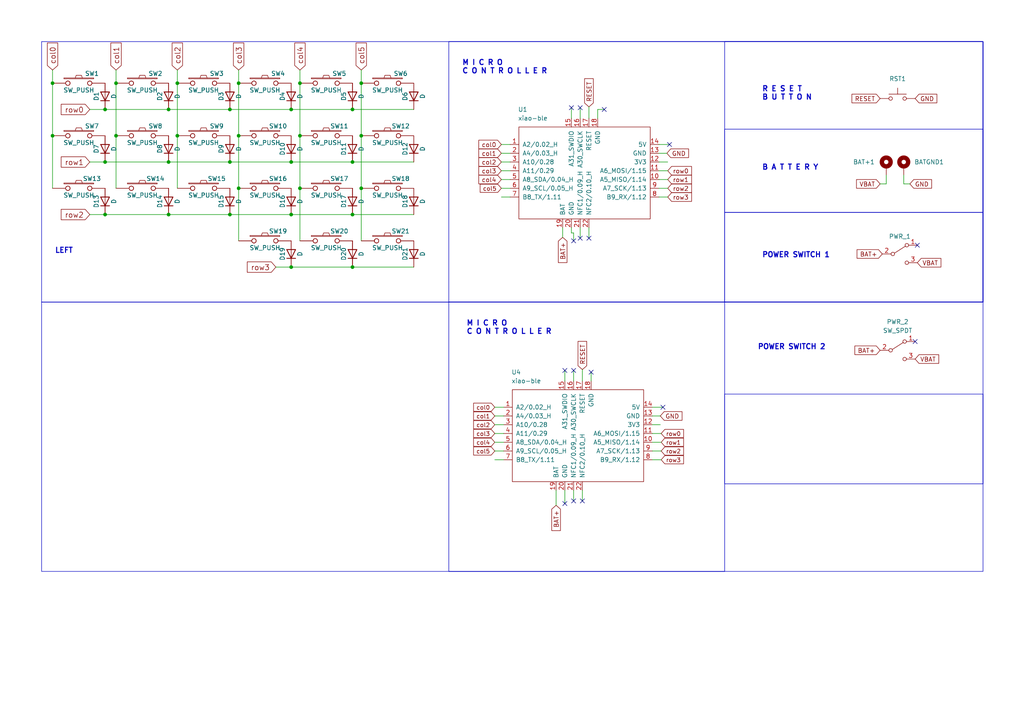
<source format=kicad_sch>
(kicad_sch (version 20230121) (generator eeschema)
  (paper "A4")
  (title_block (title "Corne X") (date "2023-10-01") (rev "0.1") (company "Ruslan Sharipov"))
  (lib_symbols
    (symbol "Device:D" (pin_numbers hide) (pin_names (offset 1.016) hide)
      (property "Reference" "D" (at 0 2.54 0))
      (property "Value" "D" (at 0 -2.54 0))
      (symbol "D_0_1"
        (polyline (pts (xy -1.27 1.27) (xy -1.27 -1.27)) (stroke (width 0.254)))
        (polyline (pts (xy 1.27 0) (xy -1.27 0)))
        (polyline (pts (xy 1.27 1.27) (xy 1.27 -1.27) (xy -1.27 0) (xy 1.27 1.27)) (stroke (width 0.254)))
      )
      (symbol "D_1_1"
        (pin passive line (at -3.81 0 0) (length 2.54) (name "K") (number "1"))
        (pin passive line (at 3.81 0 180) (length 2.54) (name "A") (number "2"))
      )
    )
    (symbol "Mechanical:MountingHole_Pad" (pin_numbers hide) (pin_names (offset 1.016) hide)
      (property "Reference" "H" (at 0 6.35 0))
      (property "Value" "MountingHole_Pad" (at 0 4.445 0))
      (symbol "MountingHole_Pad_0_1"
        (circle (center 0 1.27) (radius 1.27) (stroke (width 1.27)))
      )
      (symbol "MountingHole_Pad_1_1"
        (pin input line (at 0 -2.54 90) (length 2.54) (name "1") (number "1"))
      )
    )
    (symbol "Switch:SW_Push" (pin_numbers hide) (pin_names (offset 1.016) hide)
      (property "Reference" "SW" (at 1.27 2.54 0))
      (property "Value" "SW_Push" (at 0 -1.524 0))
      (symbol "SW_Push_0_1"
        (circle (center -2.032 0) (radius 0.508))
        (polyline (pts (xy 0 1.27) (xy 0 3.048)))
        (polyline (pts (xy 2.54 1.27) (xy -2.54 1.27)))
        (circle (center 2.032 0) (radius 0.508))
        (pin passive line (at -5.08 0 0) (length 2.54) (name "1") (number "1"))
        (pin passive line (at 5.08 0 180) (length 2.54) (name "2") (number "2"))
      )
    )
    (symbol "Switch:SW_SPDT" (pin_names (offset 0) hide)
      (property "Reference" "SW" (at 0 4.318 0))
      (property "Value" "SW_SPDT" (at 0 -5.08 0))
      (symbol "SW_SPDT_0_0"
        (circle (center -2.032 0) (radius 0.508))
        (circle (center 2.032 -2.54) (radius 0.508))
      )
      (symbol "SW_SPDT_0_1"
        (polyline (pts (xy -1.524 0.254) (xy 1.651 2.286)))
        (circle (center 2.032 2.54) (radius 0.508))
      )
      (symbol "SW_SPDT_1_1"
        (pin passive line (at 5.08 2.54 180) (length 2.54) (name "A") (number "1"))
        (pin passive line (at -5.08 0 0) (length 2.54) (name "B") (number "2"))
        (pin passive line (at 5.08 -2.54 180) (length 2.54) (name "C") (number "3"))
      )
    )
    (symbol "kbd:SW_PUSH" (pin_numbers hide) (pin_names (offset 1.016) hide)
      (property "Reference" "SW" (at 3.81 2.794 0))
      (property "Value" "SW_PUSH" (at 0 -2.032 0))
      (symbol "SW_PUSH_0_1"
        (rectangle (start -4.318 1.27) (end 4.318 1.524))
        (polyline (pts (xy -1.016 1.524) (xy -0.762 2.286) (xy 0.762 2.286) (xy 1.016 1.524)))
        (pin passive inverted (at -7.62 0 0) (length 5.08) (name "1") (number "1"))
        (pin passive inverted (at 7.62 0 180) (length 5.08) (name "2") (number "2"))
      )
    )
    (symbol "mcu:xiao-ble" (pin_names (offset 1.016))
      (property "Reference" "U" (at -17.78 16.51 0))
      (property "Value" "xiao-ble" (at -15.24 13.97 0))
      (symbol "xiao-ble_0_1"
        (rectangle (start -19.05 12.7) (end 19.05 -13.97))
      )
      (symbol "xiao-ble_1_1"
        (pin bidirectional line (at -21.59 7.62 0) (length 2.54) (name "A2/0.02_H") (number "1"))
        (pin bidirectional line (at 21.59 -2.54 180) (length 2.54) (name "A5_MISO/1.14") (number "10"))
        (pin bidirectional line (at 21.59 0 180) (length 2.54) (name "A6_MOSI/1.15") (number "11"))
        (pin power_out line (at 21.59 2.54 180) (length 2.54) (name "3V3") (number "12"))
        (pin power_out line (at 21.59 5.08 180) (length 2.54) (name "GND") (number "13"))
        (pin power_out line (at 21.59 7.62 180) (length 2.54) (name "5V") (number "14"))
        (pin input line (at -3.81 15.24 270) (length 2.54) (name "A31_SWDIO") (number "15"))
        (pin input line (at -1.27 15.24 270) (length 2.54) (name "A30_SWCLK") (number "16"))
        (pin input line (at 1.27 15.24 270) (length 2.54) (name "RESET") (number "17"))
        (pin power_out line (at 3.81 15.24 270) (length 2.54) (name "GND") (number "18"))
        (pin bidirectional line (at -6.35 -16.51 90) (length 2.54) (name "BAT") (number "19"))
        (pin bidirectional line (at -21.59 5.08 0) (length 2.54) (name "A4/0.03_H") (number "2"))
        (pin power_out line (at -3.81 -16.51 90) (length 2.54) (name "GND") (number "20"))
        (pin bidirectional line (at -1.27 -16.51 90) (length 2.54) (name "NFC1/0.09_H") (number "21"))
        (pin bidirectional line (at 1.27 -16.51 90) (length 2.54) (name "NFC2/0.10_H") (number "22"))
        (pin bidirectional line (at -21.59 2.54 0) (length 2.54) (name "A10/0.28") (number "3"))
        (pin bidirectional line (at -21.59 0 0) (length 2.54) (name "A11/0.29") (number "4"))
        (pin bidirectional line (at -21.59 -2.54 0) (length 2.54) (name "A8_SDA/0.04_H") (number "5"))
        (pin bidirectional line (at -21.59 -5.08 0) (length 2.54) (name "A9_SCL/0.05_H") (number "6"))
        (pin bidirectional line (at -21.59 -7.62 0) (length 2.54) (name "B8_TX/1.11") (number "7"))
        (pin bidirectional line (at 21.59 -7.62 180) (length 2.54) (name "B9_RX/1.12") (number "8"))
        (pin bidirectional line (at 21.59 -5.08 180) (length 2.54) (name "A7_SCK/1.13") (number "9"))
      )
    )
  )
  (junction (at 30.48 62.23))
  (junction (at 86.995 54.61))
  (junction (at 66.675 31.75))
  (junction (at 102.235 77.47))
  (junction (at 69.215 24.13))
  (junction (at 86.995 39.37))
  (junction (at 15.24 24.13))
  (junction (at 102.235 46.99))
  (junction (at 104.775 54.61))
  (junction (at 104.775 39.37))
  (junction (at 48.895 46.99))
  (junction (at 33.655 24.13))
  (junction (at 84.455 46.99))
  (junction (at 84.455 77.47))
  (junction (at 66.675 46.99))
  (junction (at 15.24 39.37))
  (junction (at 30.48 31.75))
  (junction (at 69.215 54.61))
  (junction (at 102.235 31.75))
  (junction (at 48.895 31.75))
  (junction (at 30.48 46.99))
  (junction (at 104.775 24.13))
  (junction (at 86.995 24.13))
  (junction (at 69.215 39.37))
  (junction (at 84.455 62.23))
  (junction (at 33.655 39.37))
  (junction (at 66.675 62.23))
  (junction (at 51.435 39.37))
  (junction (at 84.455 31.75))
  (junction (at 48.895 62.23))
  (junction (at 102.235 62.23))
  (junction (at 51.435 24.13))
  (no_connect (at 175.26 31.75))
  (no_connect (at 171.45 107.95))
  (no_connect (at 6.35 -20.955))
  (no_connect (at 166.37 69.85))
  (no_connect (at 170.815 69.088))
  (no_connect (at 168.275 31.242))
  (no_connect (at 163.83 107.442))
  (no_connect (at 165.735 31.242))
  (no_connect (at 168.275 69.088))
  (no_connect (at 266.065 71.12))
  (no_connect (at 166.37 145.288))
  (no_connect (at 168.91 145.288))
  (no_connect (at 194.183 41.91))
  (no_connect (at 265.43 99.06))
  (no_connect (at 192.278 118.11))
  (no_connect (at 166.37 107.442))
  (no_connect (at 163.83 146.05))
  (wire (pts (xy 84.455 31.75) (xy 102.235 31.75)))
  (wire (pts (xy 51.435 24.13) (xy 51.435 39.37)))
  (wire (pts (xy 165.735 31.242) (xy 165.735 34.29)))
  (wire (pts (xy 102.235 77.47) (xy 120.015 77.47)))
  (wire (pts (xy 168.275 31.242) (xy 168.275 34.29)))
  (wire (pts (xy 189.23 120.65) (xy 191.516 120.65)))
  (wire (pts (xy 84.455 46.99) (xy 102.235 46.99)))
  (wire (pts (xy 143.51 128.27) (xy 146.05 128.27)))
  (wire (pts (xy 84.455 62.23) (xy 102.235 62.23)))
  (wire (pts (xy 33.655 24.13) (xy 33.655 39.37)))
  (wire (pts (xy 163.83 107.442) (xy 163.83 110.49)))
  (wire (pts (xy 145.415 57.15) (xy 147.955 57.15)))
  (wire (pts (xy 86.995 54.61) (xy 86.995 69.85)))
  (wire (pts (xy 255.27 53.34) (xy 257.048 53.34)))
  (wire (pts (xy 163.83 142.24) (xy 163.83 146.05)))
  (wire (pts (xy 80.01 77.47) (xy 84.455 77.47)))
  (wire (pts (xy 48.895 62.23) (xy 66.675 62.23)))
  (wire (pts (xy 262.128 53.34) (xy 263.906 53.34)))
  (wire (pts (xy 102.235 62.23) (xy 120.015 62.23)))
  (wire (pts (xy 189.23 130.81) (xy 191.77 130.81)))
  (wire (pts (xy 189.23 125.73) (xy 191.77 125.73)))
  (wire (pts (xy 104.775 54.61) (xy 104.775 69.85)))
  (wire (pts (xy 191.135 44.45) (xy 193.421 44.45)))
  (wire (pts (xy 189.23 123.19) (xy 191.516 123.19)))
  (wire (pts (xy 26.035 62.23) (xy 30.48 62.23)))
  (wire (pts (xy 191.135 46.99) (xy 193.675 46.99)))
  (wire (pts (xy 69.215 54.61) (xy 69.215 69.85)))
  (wire (pts (xy 104.775 24.13) (xy 104.775 39.37)))
  (wire (pts (xy 104.775 20.32) (xy 104.775 24.13)))
  (wire (pts (xy 145.415 52.07) (xy 147.955 52.07)))
  (wire (pts (xy 191.135 52.07) (xy 193.675 52.07)))
  (wire (pts (xy 166.37 67.564) (xy 165.735 67.564)))
  (wire (pts (xy 191.135 41.91) (xy 194.183 41.91)))
  (wire (pts (xy 66.675 62.23) (xy 84.455 62.23)))
  (wire (pts (xy 86.995 24.13) (xy 86.995 39.37)))
  (wire (pts (xy 143.51 125.73) (xy 146.05 125.73)))
  (wire (pts (xy 168.91 107.188) (xy 168.91 110.49)))
  (wire (pts (xy 166.37 107.442) (xy 166.37 110.49)))
  (wire (pts (xy 51.435 20.32) (xy 51.435 24.13)))
  (wire (pts (xy 168.91 142.24) (xy 168.91 145.288)))
  (wire (pts (xy 191.135 49.53) (xy 193.675 49.53)))
  (wire (pts (xy 163.195 66.04) (xy 163.195 68.834)))
  (wire (pts (xy 86.995 20.32) (xy 86.995 24.13)))
  (wire (pts (xy 145.415 46.99) (xy 147.955 46.99)))
  (wire (pts (xy 175.26 31.75) (xy 173.355 31.75)))
  (wire (pts (xy 145.415 44.45) (xy 147.955 44.45)))
  (wire (pts (xy 33.655 20.32) (xy 33.655 24.13)))
  (wire (pts (xy 26.035 46.99) (xy 30.48 46.99)))
  (wire (pts (xy 102.235 46.99) (xy 120.015 46.99)))
  (wire (pts (xy 15.24 20.32) (xy 15.24 24.13)))
  (wire (pts (xy 51.435 39.37) (xy 51.435 54.61)))
  (wire (pts (xy 143.51 130.81) (xy 146.05 130.81)))
  (wire (pts (xy 145.415 49.53) (xy 147.955 49.53)))
  (wire (pts (xy 189.23 118.11) (xy 192.278 118.11)))
  (wire (pts (xy 48.895 31.75) (xy 66.675 31.75)))
  (wire (pts (xy 189.23 133.35) (xy 191.77 133.35)))
  (wire (pts (xy 69.215 39.37) (xy 69.215 54.61)))
  (wire (pts (xy 262.128 50.8) (xy 262.128 53.34)))
  (wire (pts (xy 171.45 107.95) (xy 171.45 110.49)))
  (wire (pts (xy 66.675 31.75) (xy 84.455 31.75)))
  (wire (pts (xy 33.655 39.37) (xy 33.655 54.61)))
  (wire (pts (xy 191.135 57.15) (xy 193.675 57.15)))
  (wire (pts (xy 15.24 39.37) (xy 15.24 54.61)))
  (wire (pts (xy 165.735 67.564) (xy 165.735 66.04)))
  (wire (pts (xy 143.51 133.35) (xy 146.05 133.35)))
  (wire (pts (xy 66.675 46.99) (xy 84.455 46.99)))
  (wire (pts (xy 26.035 31.75) (xy 30.48 31.75)))
  (wire (pts (xy 143.51 120.65) (xy 146.05 120.65)))
  (wire (pts (xy 84.455 77.47) (xy 102.235 77.47)))
  (wire (pts (xy 15.24 24.13) (xy 15.24 39.37)))
  (wire (pts (xy 173.355 31.75) (xy 173.355 34.29)))
  (wire (pts (xy 168.275 66.04) (xy 168.275 69.088)))
  (wire (pts (xy 161.29 142.24) (xy 161.29 146.558)))
  (wire (pts (xy 170.815 66.04) (xy 170.815 69.088)))
  (wire (pts (xy 143.51 118.11) (xy 146.05 118.11)))
  (wire (pts (xy 143.51 123.19) (xy 146.05 123.19)))
  (wire (pts (xy 104.775 39.37) (xy 104.775 54.61)))
  (wire (pts (xy 145.415 41.91) (xy 147.955 41.91)))
  (wire (pts (xy 145.415 54.61) (xy 147.955 54.61)))
  (wire (pts (xy 30.48 62.23) (xy 48.895 62.23)))
  (wire (pts (xy 166.37 142.24) (xy 166.37 145.288)))
  (wire (pts (xy 69.215 20.32) (xy 69.215 24.13)))
  (wire (pts (xy 191.135 54.61) (xy 193.675 54.61)))
  (wire (pts (xy 69.215 24.13) (xy 69.215 39.37)))
  (wire (pts (xy 86.995 39.37) (xy 86.995 54.61)))
  (wire (pts (xy 30.48 46.99) (xy 48.895 46.99)))
  (wire (pts (xy 257.048 53.34) (xy 257.048 50.8)))
  (wire (pts (xy 48.895 46.99) (xy 66.675 46.99)))
  (wire (pts (xy 102.235 31.75) (xy 120.015 31.75)))
  (wire (pts (xy 170.815 30.988) (xy 170.815 34.29)))
  (wire (pts (xy 166.37 67.564) (xy 166.37 69.85)))
  (wire (pts (xy 30.48 31.75) (xy 48.895 31.75)))
  (wire (pts (xy 189.23 128.27) (xy 191.77 128.27)))
  (rectangle (start 210.185 37.465) (end 285.115 61.595))
  (rectangle (start 210.185 12.065) (end 285.115 87.63))
  (rectangle (start 12.065 87.63) (end 285.115 165.735))
  (rectangle (start 130.175 12.065) (end 285.115 87.63))
  (rectangle (start 12.065 12.065) (end 285.115 87.63))
  (rectangle (start 210.185 114.3) (end 285.115 140.335))
  (rectangle (start 130.175 87.63) (end 210.185 165.735))
  (rectangle (start 210.185 61.595) (end 285.115 87.63))
  (text "B A T T E R Y" (at 220.98 49.53 0) (effects (font (size 1.5 1.5) (thickness 0.3) bold) (justify left bottom)))
  (text "R E S E T \nB U T T O N" (at 220.98 29.21 0) (effects (font (size 1.5 1.5) (thickness 0.3) bold) (justify left bottom)))
  (text "POWER SWITCH 2" (at 219.71 101.6 0) (effects (font (size 1.5 1.5) (thickness 0.3) bold) (justify left bottom)))
  (text "LEFT" (at 15.875 73.66 0) (effects (font (size 1.5 1.5) (thickness 0.3) bold) (justify left bottom)))
  (text "M I C R O \nC O N T R O L L E R" (at 135.255 97.155 0) (effects (font (size 1.5 1.5) (thickness 0.3) bold) (justify left bottom)))
  (text "M I C R O \nC O N T R O L L E R" (at 133.985 21.59 0) (effects (font (size 1.5 1.5) (thickness 0.3) bold) (justify left bottom)))
  (text "POWER SWITCH 1" (at 220.98 74.93 0) (effects (font (size 1.5 1.5) (thickness 0.3) bold) (justify left bottom)))
  (global_label "row1" (shape input) (at 193.675 52.07 0) (property "Intersheetrefs" "${INTERSHEET_REFS}" (effects hide)))
  (global_label "col1" (shape input) (at 33.655 20.32 90) (effects (font (size 1.524 1.524))) (property "Intersheetrefs" "${INTERSHEET_REFS}" (effects hide)))
  (global_label "col5" (shape input) (at 104.775 20.32 90) (effects (font (size 1.524 1.524))) (property "Intersheetrefs" "${INTERSHEET_REFS}" (effects hide)))
  (global_label "row0" (shape input) (at 26.035 31.75 180) (effects (font (size 1.524 1.524))) (property "Intersheetrefs" "${INTERSHEET_REFS}" (effects hide)))
  (global_label "col4" (shape input) (at 143.51 128.27 180) (effects (font (size 1.1938 1.1938))) (property "Intersheetrefs" "${INTERSHEET_REFS}" (effects hide)))
  (global_label "col3" (shape input) (at 143.51 125.73 180) (effects (font (size 1.1938 1.1938))) (property "Intersheetrefs" "${INTERSHEET_REFS}" (effects hide)))
  (global_label "GND" (shape input) (at 265.43 28.575 0) (property "Intersheetrefs" "${INTERSHEET_REFS}" (effects hide)))
  (global_label "col2" (shape input) (at 143.51 123.19 180) (effects (font (size 1.1938 1.1938))) (property "Intersheetrefs" "${INTERSHEET_REFS}" (effects hide)))
  (global_label "GND" (shape input) (at 263.906 53.34 0) (property "Intersheetrefs" "${INTERSHEET_REFS}" (effects hide)))
  (global_label "col0" (shape input) (at 145.415 41.91 180) (property "Intersheetrefs" "${INTERSHEET_REFS}" (effects hide)))
  (global_label "col5" (shape input) (at 145.415 54.61 180) (effects (font (size 1.1938 1.1938))) (property "Intersheetrefs" "${INTERSHEET_REFS}" (effects hide)))
  (global_label "col0" (shape input) (at 15.24 20.32 90) (effects (font (size 1.524 1.524))) (property "Intersheetrefs" "${INTERSHEET_REFS}" (effects hide)))
  (global_label "col3" (shape input) (at 145.415 49.53 180) (property "Intersheetrefs" "${INTERSHEET_REFS}" (effects hide)))
  (global_label "col5" (shape input) (at 143.51 130.81 180) (effects (font (size 1.1938 1.1938))) (property "Intersheetrefs" "${INTERSHEET_REFS}" (effects hide)))
  (global_label "RESET" (shape input) (at 170.815 30.988 90) (property "Intersheetrefs" "${INTERSHEET_REFS}" (effects hide)))
  (global_label "col1" (shape input) (at 143.51 120.65 180) (effects (font (size 1.1938 1.1938))) (property "Intersheetrefs" "${INTERSHEET_REFS}" (effects hide)))
  (global_label "row1" (shape input) (at 26.035 46.99 180) (effects (font (size 1.524 1.524))) (property "Intersheetrefs" "${INTERSHEET_REFS}" (effects hide)))
  (global_label "VBAT" (shape input) (at 265.43 104.14 0) (property "Intersheetrefs" "${INTERSHEET_REFS}" (effects hide)))
  (global_label "GND" (shape input) (at 193.421 44.45 0) (property "Intersheetrefs" "${INTERSHEET_REFS}" (effects hide)))
  (global_label "row0" (shape input) (at 193.675 49.53 0) (property "Intersheetrefs" "${INTERSHEET_REFS}" (effects hide)))
  (global_label "BAT+" (shape input) (at 163.195 68.834 270) (property "Intersheetrefs" "${INTERSHEET_REFS}" (effects hide)))
  (global_label "col1" (shape input) (at 145.415 44.45 180) (property "Intersheetrefs" "${INTERSHEET_REFS}" (effects hide)))
  (global_label "col2" (shape input) (at 51.435 20.32 90) (effects (font (size 1.524 1.524))) (property "Intersheetrefs" "${INTERSHEET_REFS}" (effects hide)))
  (global_label "row2" (shape input) (at 191.77 130.81 0) (effects (font (size 1.1938 1.1938))) (property "Intersheetrefs" "${INTERSHEET_REFS}" (effects hide)))
  (global_label "row0" (shape input) (at 191.77 125.73 0) (effects (font (size 1.1938 1.1938))) (property "Intersheetrefs" "${INTERSHEET_REFS}" (effects hide)))
  (global_label "col3" (shape input) (at 69.215 20.32 90) (effects (font (size 1.524 1.524))) (property "Intersheetrefs" "${INTERSHEET_REFS}" (effects hide)))
  (global_label "col0" (shape input) (at 143.51 118.11 180) (effects (font (size 1.1938 1.1938))) (property "Intersheetrefs" "${INTERSHEET_REFS}" (effects hide)))
  (global_label "row2" (shape input) (at 193.675 54.61 0) (property "Intersheetrefs" "${INTERSHEET_REFS}" (effects hide)))
  (global_label "row3" (shape input) (at 191.77 133.35 0) (effects (font (size 1.1938 1.1938))) (property "Intersheetrefs" "${INTERSHEET_REFS}" (effects hide)))
  (global_label "col4" (shape input) (at 145.415 52.07 180) (property "Intersheetrefs" "${INTERSHEET_REFS}" (effects hide)))
  (global_label "BAT+" (shape input) (at 255.27 101.6 180) (property "Intersheetrefs" "${INTERSHEET_REFS}" (effects hide)))
  (global_label "VBAT" (shape input) (at 266.065 76.2 0) (property "Intersheetrefs" "${INTERSHEET_REFS}" (effects hide)))
  (global_label "BAT+" (shape input) (at 161.29 146.558 270) (property "Intersheetrefs" "${INTERSHEET_REFS}" (effects hide)))
  (global_label "GND" (shape input) (at 191.516 120.65 0) (property "Intersheetrefs" "${INTERSHEET_REFS}" (effects hide)))
  (global_label "col2" (shape input) (at 145.415 46.99 180) (property "Intersheetrefs" "${INTERSHEET_REFS}" (effects hide)))
  (global_label "BAT+" (shape input) (at 255.905 73.66 180) (property "Intersheetrefs" "${INTERSHEET_REFS}" (effects hide)))
  (global_label "VBAT" (shape input) (at 255.27 53.34 180) (property "Intersheetrefs" "${INTERSHEET_REFS}" (effects hide)))
  (global_label "RESET" (shape input) (at 168.91 107.188 90) (property "Intersheetrefs" "${INTERSHEET_REFS}" (effects hide)))
  (global_label "row3" (shape input) (at 193.675 57.15 0) (property "Intersheetrefs" "${INTERSHEET_REFS}" (effects hide)))
  (global_label "RESET" (shape input) (at 255.27 28.575 180) (property "Intersheetrefs" "${INTERSHEET_REFS}" (effects hide)))
  (global_label "row1" (shape input) (at 191.77 128.27 0) (effects (font (size 1.1938 1.1938))) (property "Intersheetrefs" "${INTERSHEET_REFS}" (effects hide)))
  (global_label "row3" (shape input) (at 80.01 77.47 180) (effects (font (size 1.524 1.524))) (property "Intersheetrefs" "${INTERSHEET_REFS}" (effects hide)))
  (global_label "row2" (shape input) (at 26.035 62.23 180) (effects (font (size 1.524 1.524))) (property "Intersheetrefs" "${INTERSHEET_REFS}" (effects hide)))
  (global_label "col4" (shape input) (at 86.995 20.32 90) (effects (font (size 1.524 1.524))) (property "Intersheetrefs" "${INTERSHEET_REFS}" (effects hide)))
  (symbol (lib_id "kbd:SW_PUSH") (at 41.275 24.13 0) (unit 1)
    (property "Reference" "SW2" (at 45.085 21.336 0))
    (property "Value" "SW_PUSH" (at 41.275 26.162 0))
    (property "Footprint" "kbd:keyswitch_chock12_hotswap_1u_reversible" (effects hide))
  )
  (symbol (lib_id "Device:D") (at 48.895 27.94 90) (unit 1)
    (property "Reference" "D2" (at 46.355 27.94 0))
    (property "Value" "D" (at 51.435 27.94 0))
    (property "Footprint" "kbd:D3_TH_reversible" (effects hide))
  )
  (symbol (lib_id "kbd:SW_PUSH") (at 59.055 24.13 0) (unit 1)
    (property "Reference" "SW3" (at 62.865 21.336 0))
    (property "Value" "SW_PUSH" (at 59.055 26.162 0))
    (property "Footprint" "kbd:keyswitch_chock12_hotswap_1u_reversible" (effects hide))
  )
  (symbol (lib_id "Device:D") (at 66.675 27.94 90) (unit 1)
    (property "Reference" "D3" (at 64.135 27.94 0))
    (property "Value" "D" (at 69.215 27.94 0))
    (property "Footprint" "kbd:D3_TH_reversible" (effects hide))
  )
  (symbol (lib_id "kbd:SW_PUSH") (at 76.835 24.13 0) (unit 1)
    (property "Reference" "SW4" (at 80.645 21.336 0))
    (property "Value" "SW_PUSH" (at 76.835 26.162 0))
    (property "Footprint" "kbd:keyswitch_chock12_hotswap_1u_reversible" (effects hide))
  )
  (symbol (lib_id "kbd:SW_PUSH") (at 94.615 24.13 0) (unit 1)
    (property "Reference" "SW5" (at 98.425 21.336 0))
    (property "Value" "SW_PUSH" (at 94.615 26.162 0))
    (property "Footprint" "kbd:keyswitch_chock12_hotswap_1u_reversible" (effects hide))
  )
  (symbol (lib_id "kbd:SW_PUSH") (at 112.395 24.13 0) (unit 1)
    (property "Reference" "SW6" (at 116.205 21.336 0))
    (property "Value" "SW_PUSH" (at 112.395 26.162 0))
    (property "Footprint" "kbd:keyswitch_chock12_hotswap_1u_reversible" (effects hide))
  )
  (symbol (lib_id "Device:D") (at 84.455 27.94 90) (unit 1)
    (property "Reference" "D4" (at 81.915 27.94 0))
    (property "Value" "D" (at 86.995 27.94 0))
    (property "Footprint" "kbd:D3_TH_reversible" (effects hide))
  )
  (symbol (lib_id "Device:D") (at 102.235 27.94 90) (unit 1)
    (property "Reference" "D5" (at 99.695 27.94 0))
    (property "Value" "D" (at 104.775 27.94 0))
    (property "Footprint" "kbd:D3_TH_reversible" (effects hide))
  )
  (symbol (lib_id "Device:D") (at 120.015 27.94 90) (unit 1)
    (property "Reference" "D6" (at 117.475 27.94 0))
    (property "Value" "D" (at 122.555 27.94 0))
    (property "Footprint" "kbd:D3_TH_reversible" (effects hide))
  )
  (symbol (lib_id "kbd:SW_PUSH") (at 41.275 39.37 0) (unit 1)
    (property "Reference" "SW8" (at 45.085 36.576 0))
    (property "Value" "SW_PUSH" (at 41.275 41.402 0))
    (property "Footprint" "kbd:keyswitch_chock12_hotswap_1u_reversible" (effects hide))
  )
  (symbol (lib_id "Device:D") (at 48.895 43.18 90) (unit 1)
    (property "Reference" "D8" (at 46.355 43.18 0))
    (property "Value" "D" (at 51.435 43.18 0))
    (property "Footprint" "kbd:D3_TH_reversible" (effects hide))
  )
  (symbol (lib_id "kbd:SW_PUSH") (at 59.055 39.37 0) (unit 1)
    (property "Reference" "SW9" (at 62.865 36.576 0))
    (property "Value" "SW_PUSH" (at 59.055 41.402 0))
    (property "Footprint" "kbd:keyswitch_chock12_hotswap_1u_reversible" (effects hide))
  )
  (symbol (lib_id "Device:D") (at 66.675 43.18 90) (unit 1)
    (property "Reference" "D9" (at 64.135 43.18 0))
    (property "Value" "D" (at 69.215 43.18 0))
    (property "Footprint" "kbd:D3_TH_reversible" (effects hide))
  )
  (symbol (lib_id "kbd:SW_PUSH") (at 76.835 39.37 0) (unit 1)
    (property "Reference" "SW10" (at 80.645 36.576 0))
    (property "Value" "SW_PUSH" (at 76.835 41.402 0))
    (property "Footprint" "kbd:keyswitch_chock12_hotswap_1u_reversible" (effects hide))
  )
  (symbol (lib_id "kbd:SW_PUSH") (at 94.615 39.37 0) (unit 1)
    (property "Reference" "SW11" (at 98.425 36.576 0))
    (property "Value" "SW_PUSH" (at 94.615 41.402 0))
    (property "Footprint" "kbd:keyswitch_chock12_hotswap_1u_reversible" (effects hide))
  )
  (symbol (lib_id "kbd:SW_PUSH") (at 112.395 39.37 0) (unit 1)
    (property "Reference" "SW12" (at 116.205 36.576 0))
    (property "Value" "SW_PUSH" (at 112.395 41.402 0))
    (property "Footprint" "kbd:keyswitch_chock12_hotswap_1u_reversible" (effects hide))
  )
  (symbol (lib_id "Device:D") (at 84.455 43.18 90) (unit 1)
    (property "Reference" "D10" (at 81.915 43.18 0))
    (property "Value" "D" (at 86.995 43.18 0))
    (property "Footprint" "kbd:D3_TH_reversible" (effects hide))
  )
  (symbol (lib_id "Device:D") (at 102.235 43.18 90) (unit 1)
    (property "Reference" "D11" (at 99.695 43.18 0))
    (property "Value" "D" (at 104.775 43.18 0))
    (property "Footprint" "kbd:D3_TH_reversible" (effects hide))
  )
  (symbol (lib_id "Device:D") (at 120.015 43.18 90) (unit 1)
    (property "Reference" "D12" (at 117.475 43.18 0))
    (property "Value" "D" (at 122.555 43.18 0))
    (property "Footprint" "kbd:D3_TH_reversible" (effects hide))
  )
  (symbol (lib_id "kbd:SW_PUSH") (at 41.275 54.61 0) (unit 1)
    (property "Reference" "SW14" (at 45.085 51.816 0))
    (property "Value" "SW_PUSH" (at 41.275 56.642 0))
    (property "Footprint" "kbd:keyswitch_chock12_hotswap_1u_reversible" (effects hide))
  )
  (symbol (lib_id "Device:D") (at 48.895 58.42 90) (unit 1)
    (property "Reference" "D14" (at 46.355 58.42 0))
    (property "Value" "D" (at 51.435 58.42 0))
    (property "Footprint" "kbd:D3_TH_reversible" (effects hide))
  )
  (symbol (lib_id "kbd:SW_PUSH") (at 59.055 54.61 0) (unit 1)
    (property "Reference" "SW15" (at 62.865 51.816 0))
    (property "Value" "SW_PUSH" (at 59.055 56.642 0))
    (property "Footprint" "kbd:keyswitch_chock12_hotswap_1u_reversible" (effects hide))
  )
  (symbol (lib_id "Device:D") (at 66.675 58.42 90) (unit 1)
    (property "Reference" "D15" (at 64.135 58.42 0))
    (property "Value" "D" (at 69.215 58.42 0))
    (property "Footprint" "kbd:D3_TH_reversible" (effects hide))
  )
  (symbol (lib_id "kbd:SW_PUSH") (at 76.835 54.61 0) (unit 1)
    (property "Reference" "SW16" (at 80.645 51.816 0))
    (property "Value" "SW_PUSH" (at 76.835 56.642 0))
    (property "Footprint" "kbd:keyswitch_chock12_hotswap_1u_reversible" (effects hide))
  )
  (symbol (lib_id "kbd:SW_PUSH") (at 94.615 54.61 0) (unit 1)
    (property "Reference" "SW17" (at 98.425 51.816 0))
    (property "Value" "SW_PUSH" (at 94.615 56.642 0))
    (property "Footprint" "kbd:keyswitch_chock12_hotswap_1u_reversible" (effects hide))
  )
  (symbol (lib_id "kbd:SW_PUSH") (at 112.395 54.61 0) (unit 1)
    (property "Reference" "SW18" (at 116.205 51.816 0))
    (property "Value" "SW_PUSH" (at 112.395 56.642 0))
    (property "Footprint" "kbd:keyswitch_chock12_hotswap_1u_reversible" (effects hide))
  )
  (symbol (lib_id "Device:D") (at 84.455 58.42 90) (unit 1)
    (property "Reference" "D16" (at 81.915 58.42 0))
    (property "Value" "D" (at 86.995 58.42 0))
    (property "Footprint" "kbd:D3_TH_reversible" (effects hide))
  )
  (symbol (lib_id "Device:D") (at 102.235 58.42 90) (unit 1)
    (property "Reference" "D17" (at 99.695 58.42 0))
    (property "Value" "D" (at 104.775 58.42 0))
    (property "Footprint" "kbd:D3_TH_reversible" (effects hide))
  )
  (symbol (lib_id "Device:D") (at 120.015 58.42 90) (unit 1)
    (property "Reference" "D18" (at 117.475 58.42 0))
    (property "Value" "D" (at 122.555 58.42 0))
    (property "Footprint" "kbd:D3_TH_reversible" (effects hide))
  )
  (symbol (lib_id "kbd:SW_PUSH") (at 94.615 69.85 0) (unit 1)
    (property "Reference" "SW20" (at 98.425 67.056 0))
    (property "Value" "SW_PUSH" (at 94.615 71.882 0))
    (property "Footprint" "kbd:keyswitch_chock12_hotswap_1u_reversible" (effects hide))
  )
  (symbol (lib_id "Device:D") (at 102.235 73.66 90) (unit 1)
    (property "Reference" "D20" (at 99.695 73.66 0))
    (property "Value" "D" (at 104.775 73.66 0))
    (property "Footprint" "kbd:D3_TH_reversible" (effects hide))
  )
  (symbol (lib_id "kbd:SW_PUSH") (at 112.395 69.85 0) (unit 1)
    (property "Reference" "SW21" (at 116.205 67.056 0))
    (property "Value" "SW_PUSH" (at 112.395 71.882 0))
    (property "Footprint" "kbd:keyswitch_chock12_hotswap_1u_reversible" (effects hide))
  )
  (symbol (lib_id "Device:D") (at 120.015 73.66 90) (unit 1)
    (property "Reference" "D21" (at 117.475 73.66 0))
    (property "Value" "D" (at 122.555 73.66 0))
    (property "Footprint" "kbd:D3_TH_reversible" (effects hide))
  )
  (symbol (lib_id "kbd:SW_PUSH") (at 76.835 69.85 0) (unit 1)
    (property "Reference" "SW19" (at 80.645 67.056 0))
    (property "Value" "SW_PUSH" (at 76.835 71.882 0))
    (property "Footprint" "kbd:keyswitch_chock12_hotswap_1u_reversible" (effects hide))
  )
  (symbol (lib_id "Device:D") (at 84.455 73.66 90) (unit 1)
    (property "Reference" "D19" (at 81.915 73.66 0))
    (property "Value" "D" (at 86.995 73.66 0))
    (property "Footprint" "kbd:D3_TH_reversible" (effects hide))
  )
  (symbol (lib_id "Switch:SW_SPDT") (at 260.35 101.6 0) (unit 1)
    (property "Reference" "PWR_2" (at 260.35 93.345 0))
    (property "Value" "SW_SPDT" (at 260.35 95.885 0))
    (property "Footprint" "TOTEMlib:MSK12C02" (effects hide))
  )
  (symbol (lib_id "kbd:SW_PUSH") (at 22.86 24.13 0) (unit 1)
    (property "Reference" "SW1" (at 26.67 21.336 0))
    (property "Value" "SW_PUSH" (at 22.86 26.162 0))
    (property "Footprint" "kbd:keyswitch_chock12_hotswap_1u_reversible" (effects hide))
  )
  (symbol (lib_id "Mechanical:MountingHole_Pad") (at 262.128 48.26 0) (unit 1)
    (property "Reference" "BATGND1" (at 265.176 46.99 0) (effects (justify left)))
    (property "Value" "-" (effects hide))
    (property "Footprint" "TOTEMlib:BatteryPad" (effects hide))
  )
  (symbol (lib_id "Switch:SW_SPDT") (at 260.985 73.66 0) (unit 1)
    (property "Reference" "PWR_1" (at 260.985 68.58 0))
    (property "Value" "SW_SPDT" (effects hide))
    (property "Footprint" "TOTEMlib:MSK12C02" (effects hide))
  )
  (symbol (lib_id "kbd:SW_PUSH") (at 22.86 54.61 0) (unit 1)
    (property "Reference" "SW13" (at 26.67 51.816 0))
    (property "Value" "SW_PUSH" (at 22.86 56.642 0))
    (property "Footprint" "kbd:keyswitch_chock12_hotswap_1u_reversible" (effects hide))
  )
  (symbol (lib_id "Device:D") (at 30.48 27.94 90) (unit 1)
    (property "Reference" "D1" (at 27.94 27.94 0))
    (property "Value" "D" (at 33.02 27.94 0))
    (property "Footprint" "kbd:D3_TH_reversible" (effects hide))
  )
  (symbol (lib_id "kbd:SW_PUSH") (at 22.86 39.37 0) (unit 1)
    (property "Reference" "SW7" (at 26.67 36.576 0))
    (property "Value" "SW_PUSH" (at 22.86 41.402 0))
    (property "Footprint" "kbd:keyswitch_chock12_hotswap_1u_reversible" (effects hide))
  )
  (symbol (lib_id "Switch:SW_Push") (at 260.35 28.575 0) (unit 1)
    (property "Reference" "RST1" (at 260.35 22.86 0))
    (property "Value" "SW_Push" (effects hide))
    (property "Footprint" "TOTEMlib:SKHLLCA010_reversible" (effects hide))
  )
  (symbol (lib_id "mcu:xiao-ble") (at 169.545 49.53 0) (unit 1)
    (property "Reference" "U1" (at 150.241 31.75 0) (effects (justify left)))
    (property "Value" "xiao-ble" (at 150.241 34.29 0) (effects (justify left)))
    (property "Footprint" "TOTEMlib:xiao-ble-smd-cutout-one-side" (effects hide))
  )
  (symbol (lib_id "mcu:xiao-ble") (at 167.64 125.73 0) (unit 1)
    (property "Reference" "U4" (at 148.336 107.95 0) (effects (justify left)))
    (property "Value" "xiao-ble" (at 148.336 110.49 0) (effects (justify left)))
    (property "Footprint" "TOTEMlib:xiao-ble-smd-cutout-one-side" (effects hide))
  )
  (symbol (lib_id "Device:D") (at 30.48 58.42 90) (unit 1)
    (property "Reference" "D13" (at 27.94 58.42 0))
    (property "Value" "D" (at 33.02 58.42 0))
    (property "Footprint" "kbd:D3_TH_reversible" (effects hide))
  )
  (symbol (lib_id "Mechanical:MountingHole_Pad") (at 257.048 48.26 0) (unit 1)
    (property "Reference" "BAT+1" (at 253.746 46.99 0) (effects (justify right)))
    (property "Value" "+" (effects hide))
    (property "Footprint" "TOTEMlib:BatteryPad" (effects hide))
  )
  (symbol (lib_id "Device:D") (at 30.48 43.18 90) (unit 1)
    (property "Reference" "D7" (at 27.94 43.18 0))
    (property "Value" "D" (at 33.02 43.18 0))
    (property "Footprint" "kbd:D3_TH_reversible" (effects hide))
  )
)
</source>
